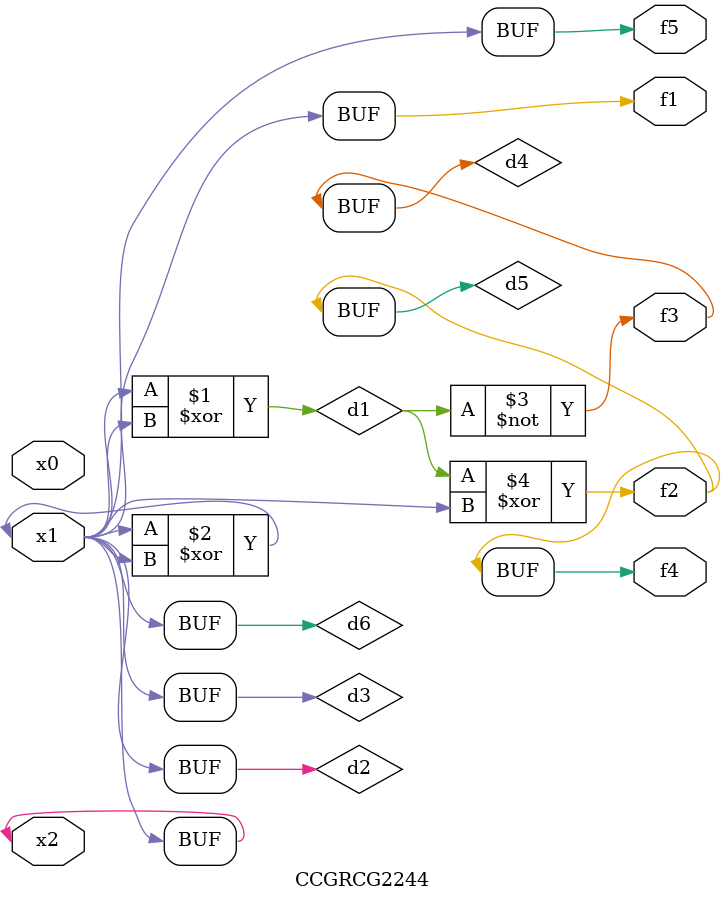
<source format=v>
module CCGRCG2244(
	input x0, x1, x2,
	output f1, f2, f3, f4, f5
);

	wire d1, d2, d3, d4, d5, d6;

	xor (d1, x1, x2);
	buf (d2, x1, x2);
	xor (d3, x1, x2);
	nor (d4, d1);
	xor (d5, d1, d2);
	buf (d6, d2, d3);
	assign f1 = d6;
	assign f2 = d5;
	assign f3 = d4;
	assign f4 = d5;
	assign f5 = d6;
endmodule

</source>
